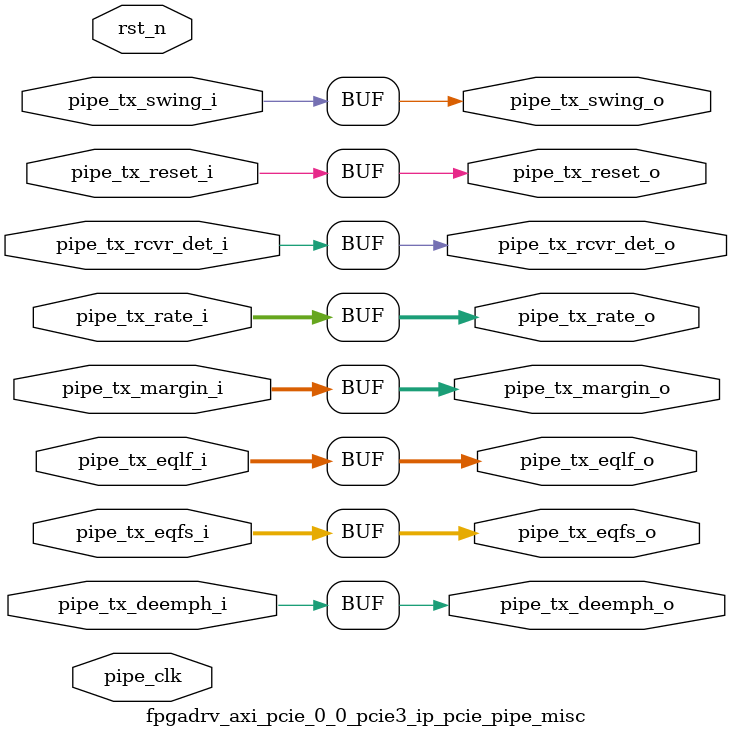
<source format=v>

`timescale 1ps/1ps

module fpgadrv_axi_pcie_0_0_pcie3_ip_pcie_pipe_misc #
(
  parameter        TCQ = 100,
  parameter        PIPE_PIPELINE_STAGES = 0    // 0 - 0 stages, 1 - 1 stage, 2 - 2 stages
) (

  input   wire        pipe_tx_rcvr_det_i      ,     // PIPE Tx Receiver Detect
  input   wire        pipe_tx_reset_i         ,     // PIPE Tx Reset
  input   wire [1:0]  pipe_tx_rate_i          ,     // PIPE Tx Rate
  input   wire        pipe_tx_deemph_i        ,     // PIPE Tx Deemphasis
  input   wire [2:0]  pipe_tx_margin_i        ,     // PIPE Tx Margin
  input   wire        pipe_tx_swing_i         ,     // PIPE Tx Swing
  input   wire [5:0]  pipe_tx_eqfs_i          ,     // PIPE Tx
  input   wire [5:0]  pipe_tx_eqlf_i          ,     // PIPE Tx
  output  wire        pipe_tx_rcvr_det_o      ,     // Pipelined PIPE Tx Receiver Detect
  output  wire        pipe_tx_reset_o         ,     // Pipelined PIPE Tx Reset
  output  wire [1:0]  pipe_tx_rate_o          ,     // Pipelined PIPE Tx Rate
  output  wire        pipe_tx_deemph_o        ,     // Pipelined PIPE Tx Deemphasis
  output  wire [2:0]  pipe_tx_margin_o        ,     // Pipelined PIPE Tx Margin
  output  wire        pipe_tx_swing_o         ,     // Pipelined PIPE Tx Swing
  output wire [5:0]  pipe_tx_eqfs_o           ,     // PIPE Tx
  output wire [5:0]  pipe_tx_eqlf_o           ,     // PIPE Tx

  input   wire        pipe_clk                ,     // PIPE Clock
  input   wire        rst_n                         // Reset
);

  //******************************************************************//
  // Reality check.                                                   //
  //******************************************************************//

  reg                pipe_tx_rcvr_det_q       ;
  reg                pipe_tx_reset_q          ;
  reg [1:0]          pipe_tx_rate_q           ;
  reg                pipe_tx_deemph_q         ;
  reg [2:0]          pipe_tx_margin_q         ;
  reg                pipe_tx_swing_q          ;
  reg                pipe_tx_eqfs_q          ;
  reg                pipe_tx_eqlf_q          ;

  reg                pipe_tx_rcvr_det_qq      ;
  reg                pipe_tx_reset_qq         ;
  reg [1:0]          pipe_tx_rate_qq          ;
  reg                pipe_tx_deemph_qq        ;
  reg [2:0]          pipe_tx_margin_qq        ;
  reg                pipe_tx_swing_qq         ;
  reg                pipe_tx_eqfs_qq          ;
  reg                pipe_tx_eqlf_qq          ;


  generate

  if (PIPE_PIPELINE_STAGES == 0) begin : pipe_stages_0

      assign pipe_tx_rcvr_det_o = pipe_tx_rcvr_det_i;
      assign pipe_tx_reset_o    = pipe_tx_reset_i;
      assign pipe_tx_rate_o     = pipe_tx_rate_i;
      assign pipe_tx_deemph_o   = pipe_tx_deemph_i;
      assign pipe_tx_margin_o   = pipe_tx_margin_i;
      assign pipe_tx_swing_o    = pipe_tx_swing_i;
      assign pipe_tx_eqfs_o     = pipe_tx_eqfs_i;
      assign pipe_tx_eqlf_o     = pipe_tx_eqlf_i;

  end // if (PIPE_PIPELINE_STAGES == 0)
  else if (PIPE_PIPELINE_STAGES == 1) begin : pipe_stages_1

    always @(posedge pipe_clk) begin

      if (!rst_n)
      begin

        pipe_tx_rcvr_det_q <= #TCQ 1'b0;
        pipe_tx_reset_q    <= #TCQ 1'b1;
        pipe_tx_rate_q     <= #TCQ 2'b0;
        pipe_tx_deemph_q   <= #TCQ 1'b1;
        pipe_tx_margin_q   <= #TCQ 3'b0;
        pipe_tx_swing_q    <= #TCQ 1'b0;
        pipe_tx_eqfs_q     <= #TCQ 5'b0;
        pipe_tx_eqlf_q     <= #TCQ 5'b0;

      end
      else
      begin

        pipe_tx_rcvr_det_q <= #TCQ pipe_tx_rcvr_det_i;
        pipe_tx_reset_q    <= #TCQ pipe_tx_reset_i;
        pipe_tx_rate_q     <= #TCQ pipe_tx_rate_i;
        pipe_tx_deemph_q   <= #TCQ pipe_tx_deemph_i;
        pipe_tx_margin_q   <= #TCQ pipe_tx_margin_i;
        pipe_tx_swing_q    <= #TCQ pipe_tx_swing_i;
        pipe_tx_eqfs_q     <= #TCQ pipe_tx_eqfs_i;
        pipe_tx_eqlf_q     <= #TCQ pipe_tx_eqlf_i;

      end

    end

    assign pipe_tx_rcvr_det_o = pipe_tx_rcvr_det_q;
    assign pipe_tx_reset_o    = pipe_tx_reset_q;
    assign pipe_tx_rate_o     = pipe_tx_rate_q;
    assign pipe_tx_deemph_o   = pipe_tx_deemph_q;
    assign pipe_tx_margin_o   = pipe_tx_margin_q;
    assign pipe_tx_swing_o    = pipe_tx_swing_q;
    assign pipe_tx_eqfs_o     = pipe_tx_eqfs_q;
    assign pipe_tx_eqlf_o     = pipe_tx_eqlf_q;

  end // if (PIPE_PIPELINE_STAGES == 1)
  else if (PIPE_PIPELINE_STAGES == 2) begin : pipe_stages_2

    always @(posedge pipe_clk) begin

      if (!rst_n)
      begin

        pipe_tx_rcvr_det_q  <= #TCQ 1'b0;
        pipe_tx_reset_q     <= #TCQ 1'b1;
        pipe_tx_rate_q      <= #TCQ 2'b0;
        pipe_tx_deemph_q    <= #TCQ 1'b1;
        pipe_tx_margin_q    <= #TCQ 1'b0;
        pipe_tx_swing_q     <= #TCQ 1'b0;
        pipe_tx_eqfs_q      <= #TCQ 5'b0;
        pipe_tx_eqlf_q      <= #TCQ 5'b0;

        pipe_tx_rcvr_det_qq <= #TCQ 1'b0;
        pipe_tx_reset_qq    <= #TCQ 1'b1;
        pipe_tx_rate_qq     <= #TCQ 2'b0;
        pipe_tx_deemph_qq   <= #TCQ 1'b1;
        pipe_tx_margin_qq   <= #TCQ 1'b0;
        pipe_tx_swing_qq    <= #TCQ 1'b0;
        pipe_tx_eqfs_qq     <= #TCQ 5'b0;
        pipe_tx_eqlf_qq     <= #TCQ 5'b0;

      end
      else
      begin

        pipe_tx_rcvr_det_q  <= #TCQ pipe_tx_rcvr_det_i;
        pipe_tx_reset_q     <= #TCQ pipe_tx_reset_i;
        pipe_tx_rate_q      <= #TCQ pipe_tx_rate_i;
        pipe_tx_deemph_q    <= #TCQ pipe_tx_deemph_i;
        pipe_tx_margin_q    <= #TCQ pipe_tx_margin_i;
        pipe_tx_swing_q     <= #TCQ pipe_tx_swing_i;
        pipe_tx_eqfs_q      <= #TCQ pipe_tx_eqfs_i;
        pipe_tx_eqlf_q      <= #TCQ pipe_tx_eqlf_i;

        pipe_tx_rcvr_det_qq <= #TCQ pipe_tx_rcvr_det_q;
        pipe_tx_reset_qq    <= #TCQ pipe_tx_reset_q;
        pipe_tx_rate_qq     <= #TCQ pipe_tx_rate_q;
        pipe_tx_deemph_qq   <= #TCQ pipe_tx_deemph_q;
        pipe_tx_margin_qq   <= #TCQ pipe_tx_margin_q;
        pipe_tx_swing_qq    <= #TCQ pipe_tx_swing_q;
        pipe_tx_eqfs_qq     <= #TCQ pipe_tx_eqfs_q;
        pipe_tx_eqlf_qq     <= #TCQ pipe_tx_eqlf_q;

      end

    end

    assign pipe_tx_rcvr_det_o = pipe_tx_rcvr_det_qq;
    assign pipe_tx_reset_o    = pipe_tx_reset_qq;
    assign pipe_tx_rate_o     = pipe_tx_rate_qq;
    assign pipe_tx_deemph_o   = pipe_tx_deemph_qq;
    assign pipe_tx_margin_o   = pipe_tx_margin_qq;
    assign pipe_tx_swing_o    = pipe_tx_swing_qq;
    assign pipe_tx_eqfs_o     = pipe_tx_eqfs_qq;
    assign pipe_tx_eqlf_o     = pipe_tx_eqlf_qq;

  end // if (PIPE_PIPELINE_STAGES == 2)

  // Default to zero pipeline stages if PIPE_PIPELINE_STAGES != 0,1,2
  else begin
    assign pipe_tx_rcvr_det_o = pipe_tx_rcvr_det_i;
    assign pipe_tx_reset_o    = pipe_tx_reset_i;
    assign pipe_tx_rate_o     = pipe_tx_rate_i;
    assign pipe_tx_deemph_o   = pipe_tx_deemph_i;
    assign pipe_tx_margin_o   = pipe_tx_margin_i;
    assign pipe_tx_swing_o    = pipe_tx_swing_i;
    assign pipe_tx_eqfs_o     = pipe_tx_eqfs_i;
    assign pipe_tx_eqlf_o     = pipe_tx_eqlf_i;
  end
  endgenerate

endmodule


</source>
